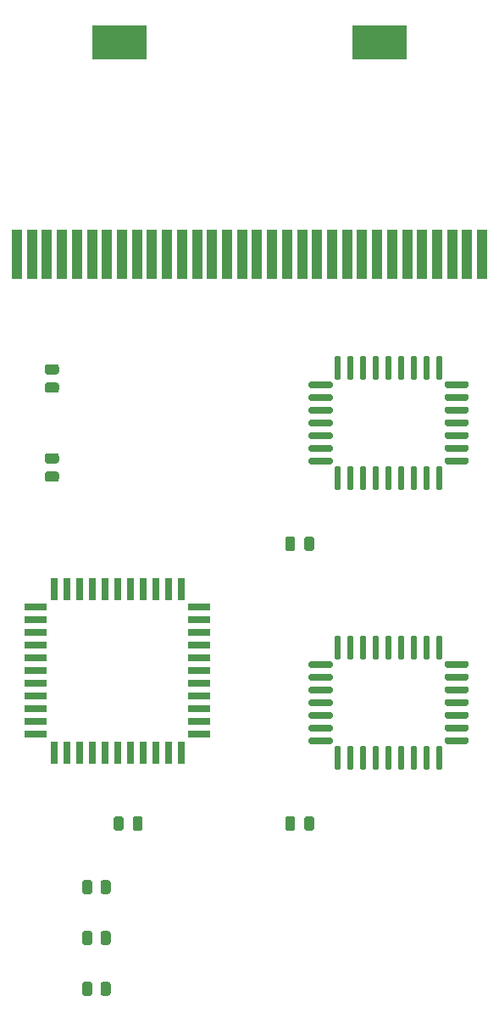
<source format=gtp>
%TF.GenerationSoftware,KiCad,Pcbnew,(5.1.10-1-10_14)*%
%TF.CreationDate,2023-03-17T01:48:03+08:00*%
%TF.ProjectId,GB_MemoryBackup_Mainboard,47425f4d-656d-46f7-9279-4261636b7570,1.1*%
%TF.SameCoordinates,Original*%
%TF.FileFunction,Paste,Top*%
%TF.FilePolarity,Positive*%
%FSLAX46Y46*%
G04 Gerber Fmt 4.6, Leading zero omitted, Abs format (unit mm)*
G04 Created by KiCad (PCBNEW (5.1.10-1-10_14)) date 2023-03-17 01:48:03*
%MOMM*%
%LPD*%
G01*
G04 APERTURE LIST*
%ADD10R,0.760000X2.300000*%
%ADD11R,2.300000X0.760000*%
%ADD12R,5.500000X3.500000*%
%ADD13R,1.000000X5.000000*%
G04 APERTURE END LIST*
%TO.C,U2*%
G36*
G01*
X97757000Y-79685000D02*
X95667000Y-79685000D01*
G75*
G02*
X95512000Y-79530000I0J155000D01*
G01*
X95512000Y-79220000D01*
G75*
G02*
X95667000Y-79065000I155000J0D01*
G01*
X97757000Y-79065000D01*
G75*
G02*
X97912000Y-79220000I0J-155000D01*
G01*
X97912000Y-79530000D01*
G75*
G02*
X97757000Y-79685000I-155000J0D01*
G01*
G37*
G36*
G01*
X97757000Y-78415000D02*
X95667000Y-78415000D01*
G75*
G02*
X95512000Y-78260000I0J155000D01*
G01*
X95512000Y-77950000D01*
G75*
G02*
X95667000Y-77795000I155000J0D01*
G01*
X97757000Y-77795000D01*
G75*
G02*
X97912000Y-77950000I0J-155000D01*
G01*
X97912000Y-78260000D01*
G75*
G02*
X97757000Y-78415000I-155000J0D01*
G01*
G37*
G36*
G01*
X97757000Y-77145000D02*
X95667000Y-77145000D01*
G75*
G02*
X95512000Y-76990000I0J155000D01*
G01*
X95512000Y-76680000D01*
G75*
G02*
X95667000Y-76525000I155000J0D01*
G01*
X97757000Y-76525000D01*
G75*
G02*
X97912000Y-76680000I0J-155000D01*
G01*
X97912000Y-76990000D01*
G75*
G02*
X97757000Y-77145000I-155000J0D01*
G01*
G37*
G36*
G01*
X98580000Y-76342000D02*
X98270000Y-76342000D01*
G75*
G02*
X98115000Y-76187000I0J155000D01*
G01*
X98115000Y-74097000D01*
G75*
G02*
X98270000Y-73942000I155000J0D01*
G01*
X98580000Y-73942000D01*
G75*
G02*
X98735000Y-74097000I0J-155000D01*
G01*
X98735000Y-76187000D01*
G75*
G02*
X98580000Y-76342000I-155000J0D01*
G01*
G37*
G36*
G01*
X99850000Y-76342000D02*
X99540000Y-76342000D01*
G75*
G02*
X99385000Y-76187000I0J155000D01*
G01*
X99385000Y-74097000D01*
G75*
G02*
X99540000Y-73942000I155000J0D01*
G01*
X99850000Y-73942000D01*
G75*
G02*
X100005000Y-74097000I0J-155000D01*
G01*
X100005000Y-76187000D01*
G75*
G02*
X99850000Y-76342000I-155000J0D01*
G01*
G37*
G36*
G01*
X101120000Y-76342000D02*
X100810000Y-76342000D01*
G75*
G02*
X100655000Y-76187000I0J155000D01*
G01*
X100655000Y-74097000D01*
G75*
G02*
X100810000Y-73942000I155000J0D01*
G01*
X101120000Y-73942000D01*
G75*
G02*
X101275000Y-74097000I0J-155000D01*
G01*
X101275000Y-76187000D01*
G75*
G02*
X101120000Y-76342000I-155000J0D01*
G01*
G37*
G36*
G01*
X102390000Y-76342000D02*
X102080000Y-76342000D01*
G75*
G02*
X101925000Y-76187000I0J155000D01*
G01*
X101925000Y-74097000D01*
G75*
G02*
X102080000Y-73942000I155000J0D01*
G01*
X102390000Y-73942000D01*
G75*
G02*
X102545000Y-74097000I0J-155000D01*
G01*
X102545000Y-76187000D01*
G75*
G02*
X102390000Y-76342000I-155000J0D01*
G01*
G37*
G36*
G01*
X103660000Y-76342000D02*
X103350000Y-76342000D01*
G75*
G02*
X103195000Y-76187000I0J155000D01*
G01*
X103195000Y-74097000D01*
G75*
G02*
X103350000Y-73942000I155000J0D01*
G01*
X103660000Y-73942000D01*
G75*
G02*
X103815000Y-74097000I0J-155000D01*
G01*
X103815000Y-76187000D01*
G75*
G02*
X103660000Y-76342000I-155000J0D01*
G01*
G37*
G36*
G01*
X104930000Y-76342000D02*
X104620000Y-76342000D01*
G75*
G02*
X104465000Y-76187000I0J155000D01*
G01*
X104465000Y-74097000D01*
G75*
G02*
X104620000Y-73942000I155000J0D01*
G01*
X104930000Y-73942000D01*
G75*
G02*
X105085000Y-74097000I0J-155000D01*
G01*
X105085000Y-76187000D01*
G75*
G02*
X104930000Y-76342000I-155000J0D01*
G01*
G37*
G36*
G01*
X106200000Y-76342000D02*
X105890000Y-76342000D01*
G75*
G02*
X105735000Y-76187000I0J155000D01*
G01*
X105735000Y-74097000D01*
G75*
G02*
X105890000Y-73942000I155000J0D01*
G01*
X106200000Y-73942000D01*
G75*
G02*
X106355000Y-74097000I0J-155000D01*
G01*
X106355000Y-76187000D01*
G75*
G02*
X106200000Y-76342000I-155000J0D01*
G01*
G37*
G36*
G01*
X107470000Y-76342000D02*
X107160000Y-76342000D01*
G75*
G02*
X107005000Y-76187000I0J155000D01*
G01*
X107005000Y-74097000D01*
G75*
G02*
X107160000Y-73942000I155000J0D01*
G01*
X107470000Y-73942000D01*
G75*
G02*
X107625000Y-74097000I0J-155000D01*
G01*
X107625000Y-76187000D01*
G75*
G02*
X107470000Y-76342000I-155000J0D01*
G01*
G37*
G36*
G01*
X108740000Y-76342000D02*
X108430000Y-76342000D01*
G75*
G02*
X108275000Y-76187000I0J155000D01*
G01*
X108275000Y-74097000D01*
G75*
G02*
X108430000Y-73942000I155000J0D01*
G01*
X108740000Y-73942000D01*
G75*
G02*
X108895000Y-74097000I0J-155000D01*
G01*
X108895000Y-76187000D01*
G75*
G02*
X108740000Y-76342000I-155000J0D01*
G01*
G37*
G36*
G01*
X111343000Y-77145000D02*
X109253000Y-77145000D01*
G75*
G02*
X109098000Y-76990000I0J155000D01*
G01*
X109098000Y-76680000D01*
G75*
G02*
X109253000Y-76525000I155000J0D01*
G01*
X111343000Y-76525000D01*
G75*
G02*
X111498000Y-76680000I0J-155000D01*
G01*
X111498000Y-76990000D01*
G75*
G02*
X111343000Y-77145000I-155000J0D01*
G01*
G37*
G36*
G01*
X111343000Y-78415000D02*
X109253000Y-78415000D01*
G75*
G02*
X109098000Y-78260000I0J155000D01*
G01*
X109098000Y-77950000D01*
G75*
G02*
X109253000Y-77795000I155000J0D01*
G01*
X111343000Y-77795000D01*
G75*
G02*
X111498000Y-77950000I0J-155000D01*
G01*
X111498000Y-78260000D01*
G75*
G02*
X111343000Y-78415000I-155000J0D01*
G01*
G37*
G36*
G01*
X111343000Y-79685000D02*
X109253000Y-79685000D01*
G75*
G02*
X109098000Y-79530000I0J155000D01*
G01*
X109098000Y-79220000D01*
G75*
G02*
X109253000Y-79065000I155000J0D01*
G01*
X111343000Y-79065000D01*
G75*
G02*
X111498000Y-79220000I0J-155000D01*
G01*
X111498000Y-79530000D01*
G75*
G02*
X111343000Y-79685000I-155000J0D01*
G01*
G37*
G36*
G01*
X111343000Y-80955000D02*
X109253000Y-80955000D01*
G75*
G02*
X109098000Y-80800000I0J155000D01*
G01*
X109098000Y-80490000D01*
G75*
G02*
X109253000Y-80335000I155000J0D01*
G01*
X111343000Y-80335000D01*
G75*
G02*
X111498000Y-80490000I0J-155000D01*
G01*
X111498000Y-80800000D01*
G75*
G02*
X111343000Y-80955000I-155000J0D01*
G01*
G37*
G36*
G01*
X111343000Y-82225000D02*
X109253000Y-82225000D01*
G75*
G02*
X109098000Y-82070000I0J155000D01*
G01*
X109098000Y-81760000D01*
G75*
G02*
X109253000Y-81605000I155000J0D01*
G01*
X111343000Y-81605000D01*
G75*
G02*
X111498000Y-81760000I0J-155000D01*
G01*
X111498000Y-82070000D01*
G75*
G02*
X111343000Y-82225000I-155000J0D01*
G01*
G37*
G36*
G01*
X111343000Y-83495000D02*
X109253000Y-83495000D01*
G75*
G02*
X109098000Y-83340000I0J155000D01*
G01*
X109098000Y-83030000D01*
G75*
G02*
X109253000Y-82875000I155000J0D01*
G01*
X111343000Y-82875000D01*
G75*
G02*
X111498000Y-83030000I0J-155000D01*
G01*
X111498000Y-83340000D01*
G75*
G02*
X111343000Y-83495000I-155000J0D01*
G01*
G37*
G36*
G01*
X111343000Y-84765000D02*
X109253000Y-84765000D01*
G75*
G02*
X109098000Y-84610000I0J155000D01*
G01*
X109098000Y-84300000D01*
G75*
G02*
X109253000Y-84145000I155000J0D01*
G01*
X111343000Y-84145000D01*
G75*
G02*
X111498000Y-84300000I0J-155000D01*
G01*
X111498000Y-84610000D01*
G75*
G02*
X111343000Y-84765000I-155000J0D01*
G01*
G37*
G36*
G01*
X108740000Y-87348000D02*
X108430000Y-87348000D01*
G75*
G02*
X108275000Y-87193000I0J155000D01*
G01*
X108275000Y-85103000D01*
G75*
G02*
X108430000Y-84948000I155000J0D01*
G01*
X108740000Y-84948000D01*
G75*
G02*
X108895000Y-85103000I0J-155000D01*
G01*
X108895000Y-87193000D01*
G75*
G02*
X108740000Y-87348000I-155000J0D01*
G01*
G37*
G36*
G01*
X107470000Y-87348000D02*
X107160000Y-87348000D01*
G75*
G02*
X107005000Y-87193000I0J155000D01*
G01*
X107005000Y-85103000D01*
G75*
G02*
X107160000Y-84948000I155000J0D01*
G01*
X107470000Y-84948000D01*
G75*
G02*
X107625000Y-85103000I0J-155000D01*
G01*
X107625000Y-87193000D01*
G75*
G02*
X107470000Y-87348000I-155000J0D01*
G01*
G37*
G36*
G01*
X106200000Y-87348000D02*
X105890000Y-87348000D01*
G75*
G02*
X105735000Y-87193000I0J155000D01*
G01*
X105735000Y-85103000D01*
G75*
G02*
X105890000Y-84948000I155000J0D01*
G01*
X106200000Y-84948000D01*
G75*
G02*
X106355000Y-85103000I0J-155000D01*
G01*
X106355000Y-87193000D01*
G75*
G02*
X106200000Y-87348000I-155000J0D01*
G01*
G37*
G36*
G01*
X104930000Y-87348000D02*
X104620000Y-87348000D01*
G75*
G02*
X104465000Y-87193000I0J155000D01*
G01*
X104465000Y-85103000D01*
G75*
G02*
X104620000Y-84948000I155000J0D01*
G01*
X104930000Y-84948000D01*
G75*
G02*
X105085000Y-85103000I0J-155000D01*
G01*
X105085000Y-87193000D01*
G75*
G02*
X104930000Y-87348000I-155000J0D01*
G01*
G37*
G36*
G01*
X103660000Y-87348000D02*
X103350000Y-87348000D01*
G75*
G02*
X103195000Y-87193000I0J155000D01*
G01*
X103195000Y-85103000D01*
G75*
G02*
X103350000Y-84948000I155000J0D01*
G01*
X103660000Y-84948000D01*
G75*
G02*
X103815000Y-85103000I0J-155000D01*
G01*
X103815000Y-87193000D01*
G75*
G02*
X103660000Y-87348000I-155000J0D01*
G01*
G37*
G36*
G01*
X102390000Y-87348000D02*
X102080000Y-87348000D01*
G75*
G02*
X101925000Y-87193000I0J155000D01*
G01*
X101925000Y-85103000D01*
G75*
G02*
X102080000Y-84948000I155000J0D01*
G01*
X102390000Y-84948000D01*
G75*
G02*
X102545000Y-85103000I0J-155000D01*
G01*
X102545000Y-87193000D01*
G75*
G02*
X102390000Y-87348000I-155000J0D01*
G01*
G37*
G36*
G01*
X101120000Y-87348000D02*
X100810000Y-87348000D01*
G75*
G02*
X100655000Y-87193000I0J155000D01*
G01*
X100655000Y-85103000D01*
G75*
G02*
X100810000Y-84948000I155000J0D01*
G01*
X101120000Y-84948000D01*
G75*
G02*
X101275000Y-85103000I0J-155000D01*
G01*
X101275000Y-87193000D01*
G75*
G02*
X101120000Y-87348000I-155000J0D01*
G01*
G37*
G36*
G01*
X99850000Y-87348000D02*
X99540000Y-87348000D01*
G75*
G02*
X99385000Y-87193000I0J155000D01*
G01*
X99385000Y-85103000D01*
G75*
G02*
X99540000Y-84948000I155000J0D01*
G01*
X99850000Y-84948000D01*
G75*
G02*
X100005000Y-85103000I0J-155000D01*
G01*
X100005000Y-87193000D01*
G75*
G02*
X99850000Y-87348000I-155000J0D01*
G01*
G37*
G36*
G01*
X98580000Y-87348000D02*
X98270000Y-87348000D01*
G75*
G02*
X98115000Y-87193000I0J155000D01*
G01*
X98115000Y-85103000D01*
G75*
G02*
X98270000Y-84948000I155000J0D01*
G01*
X98580000Y-84948000D01*
G75*
G02*
X98735000Y-85103000I0J-155000D01*
G01*
X98735000Y-87193000D01*
G75*
G02*
X98580000Y-87348000I-155000J0D01*
G01*
G37*
G36*
G01*
X97757000Y-84765000D02*
X95667000Y-84765000D01*
G75*
G02*
X95512000Y-84610000I0J155000D01*
G01*
X95512000Y-84300000D01*
G75*
G02*
X95667000Y-84145000I155000J0D01*
G01*
X97757000Y-84145000D01*
G75*
G02*
X97912000Y-84300000I0J-155000D01*
G01*
X97912000Y-84610000D01*
G75*
G02*
X97757000Y-84765000I-155000J0D01*
G01*
G37*
G36*
G01*
X97757000Y-83495000D02*
X95667000Y-83495000D01*
G75*
G02*
X95512000Y-83340000I0J155000D01*
G01*
X95512000Y-83030000D01*
G75*
G02*
X95667000Y-82875000I155000J0D01*
G01*
X97757000Y-82875000D01*
G75*
G02*
X97912000Y-83030000I0J-155000D01*
G01*
X97912000Y-83340000D01*
G75*
G02*
X97757000Y-83495000I-155000J0D01*
G01*
G37*
G36*
G01*
X97757000Y-82225000D02*
X95667000Y-82225000D01*
G75*
G02*
X95512000Y-82070000I0J155000D01*
G01*
X95512000Y-81760000D01*
G75*
G02*
X95667000Y-81605000I155000J0D01*
G01*
X97757000Y-81605000D01*
G75*
G02*
X97912000Y-81760000I0J-155000D01*
G01*
X97912000Y-82070000D01*
G75*
G02*
X97757000Y-82225000I-155000J0D01*
G01*
G37*
G36*
G01*
X97757000Y-80955000D02*
X95667000Y-80955000D01*
G75*
G02*
X95512000Y-80800000I0J155000D01*
G01*
X95512000Y-80490000D01*
G75*
G02*
X95667000Y-80335000I155000J0D01*
G01*
X97757000Y-80335000D01*
G75*
G02*
X97912000Y-80490000I0J-155000D01*
G01*
X97912000Y-80800000D01*
G75*
G02*
X97757000Y-80955000I-155000J0D01*
G01*
G37*
%TD*%
%TO.C,U1*%
G36*
G01*
X97757000Y-107625000D02*
X95667000Y-107625000D01*
G75*
G02*
X95512000Y-107470000I0J155000D01*
G01*
X95512000Y-107160000D01*
G75*
G02*
X95667000Y-107005000I155000J0D01*
G01*
X97757000Y-107005000D01*
G75*
G02*
X97912000Y-107160000I0J-155000D01*
G01*
X97912000Y-107470000D01*
G75*
G02*
X97757000Y-107625000I-155000J0D01*
G01*
G37*
G36*
G01*
X97757000Y-106355000D02*
X95667000Y-106355000D01*
G75*
G02*
X95512000Y-106200000I0J155000D01*
G01*
X95512000Y-105890000D01*
G75*
G02*
X95667000Y-105735000I155000J0D01*
G01*
X97757000Y-105735000D01*
G75*
G02*
X97912000Y-105890000I0J-155000D01*
G01*
X97912000Y-106200000D01*
G75*
G02*
X97757000Y-106355000I-155000J0D01*
G01*
G37*
G36*
G01*
X97757000Y-105085000D02*
X95667000Y-105085000D01*
G75*
G02*
X95512000Y-104930000I0J155000D01*
G01*
X95512000Y-104620000D01*
G75*
G02*
X95667000Y-104465000I155000J0D01*
G01*
X97757000Y-104465000D01*
G75*
G02*
X97912000Y-104620000I0J-155000D01*
G01*
X97912000Y-104930000D01*
G75*
G02*
X97757000Y-105085000I-155000J0D01*
G01*
G37*
G36*
G01*
X98580000Y-104282000D02*
X98270000Y-104282000D01*
G75*
G02*
X98115000Y-104127000I0J155000D01*
G01*
X98115000Y-102037000D01*
G75*
G02*
X98270000Y-101882000I155000J0D01*
G01*
X98580000Y-101882000D01*
G75*
G02*
X98735000Y-102037000I0J-155000D01*
G01*
X98735000Y-104127000D01*
G75*
G02*
X98580000Y-104282000I-155000J0D01*
G01*
G37*
G36*
G01*
X99850000Y-104282000D02*
X99540000Y-104282000D01*
G75*
G02*
X99385000Y-104127000I0J155000D01*
G01*
X99385000Y-102037000D01*
G75*
G02*
X99540000Y-101882000I155000J0D01*
G01*
X99850000Y-101882000D01*
G75*
G02*
X100005000Y-102037000I0J-155000D01*
G01*
X100005000Y-104127000D01*
G75*
G02*
X99850000Y-104282000I-155000J0D01*
G01*
G37*
G36*
G01*
X101120000Y-104282000D02*
X100810000Y-104282000D01*
G75*
G02*
X100655000Y-104127000I0J155000D01*
G01*
X100655000Y-102037000D01*
G75*
G02*
X100810000Y-101882000I155000J0D01*
G01*
X101120000Y-101882000D01*
G75*
G02*
X101275000Y-102037000I0J-155000D01*
G01*
X101275000Y-104127000D01*
G75*
G02*
X101120000Y-104282000I-155000J0D01*
G01*
G37*
G36*
G01*
X102390000Y-104282000D02*
X102080000Y-104282000D01*
G75*
G02*
X101925000Y-104127000I0J155000D01*
G01*
X101925000Y-102037000D01*
G75*
G02*
X102080000Y-101882000I155000J0D01*
G01*
X102390000Y-101882000D01*
G75*
G02*
X102545000Y-102037000I0J-155000D01*
G01*
X102545000Y-104127000D01*
G75*
G02*
X102390000Y-104282000I-155000J0D01*
G01*
G37*
G36*
G01*
X103660000Y-104282000D02*
X103350000Y-104282000D01*
G75*
G02*
X103195000Y-104127000I0J155000D01*
G01*
X103195000Y-102037000D01*
G75*
G02*
X103350000Y-101882000I155000J0D01*
G01*
X103660000Y-101882000D01*
G75*
G02*
X103815000Y-102037000I0J-155000D01*
G01*
X103815000Y-104127000D01*
G75*
G02*
X103660000Y-104282000I-155000J0D01*
G01*
G37*
G36*
G01*
X104930000Y-104282000D02*
X104620000Y-104282000D01*
G75*
G02*
X104465000Y-104127000I0J155000D01*
G01*
X104465000Y-102037000D01*
G75*
G02*
X104620000Y-101882000I155000J0D01*
G01*
X104930000Y-101882000D01*
G75*
G02*
X105085000Y-102037000I0J-155000D01*
G01*
X105085000Y-104127000D01*
G75*
G02*
X104930000Y-104282000I-155000J0D01*
G01*
G37*
G36*
G01*
X106200000Y-104282000D02*
X105890000Y-104282000D01*
G75*
G02*
X105735000Y-104127000I0J155000D01*
G01*
X105735000Y-102037000D01*
G75*
G02*
X105890000Y-101882000I155000J0D01*
G01*
X106200000Y-101882000D01*
G75*
G02*
X106355000Y-102037000I0J-155000D01*
G01*
X106355000Y-104127000D01*
G75*
G02*
X106200000Y-104282000I-155000J0D01*
G01*
G37*
G36*
G01*
X107470000Y-104282000D02*
X107160000Y-104282000D01*
G75*
G02*
X107005000Y-104127000I0J155000D01*
G01*
X107005000Y-102037000D01*
G75*
G02*
X107160000Y-101882000I155000J0D01*
G01*
X107470000Y-101882000D01*
G75*
G02*
X107625000Y-102037000I0J-155000D01*
G01*
X107625000Y-104127000D01*
G75*
G02*
X107470000Y-104282000I-155000J0D01*
G01*
G37*
G36*
G01*
X108740000Y-104282000D02*
X108430000Y-104282000D01*
G75*
G02*
X108275000Y-104127000I0J155000D01*
G01*
X108275000Y-102037000D01*
G75*
G02*
X108430000Y-101882000I155000J0D01*
G01*
X108740000Y-101882000D01*
G75*
G02*
X108895000Y-102037000I0J-155000D01*
G01*
X108895000Y-104127000D01*
G75*
G02*
X108740000Y-104282000I-155000J0D01*
G01*
G37*
G36*
G01*
X111343000Y-105085000D02*
X109253000Y-105085000D01*
G75*
G02*
X109098000Y-104930000I0J155000D01*
G01*
X109098000Y-104620000D01*
G75*
G02*
X109253000Y-104465000I155000J0D01*
G01*
X111343000Y-104465000D01*
G75*
G02*
X111498000Y-104620000I0J-155000D01*
G01*
X111498000Y-104930000D01*
G75*
G02*
X111343000Y-105085000I-155000J0D01*
G01*
G37*
G36*
G01*
X111343000Y-106355000D02*
X109253000Y-106355000D01*
G75*
G02*
X109098000Y-106200000I0J155000D01*
G01*
X109098000Y-105890000D01*
G75*
G02*
X109253000Y-105735000I155000J0D01*
G01*
X111343000Y-105735000D01*
G75*
G02*
X111498000Y-105890000I0J-155000D01*
G01*
X111498000Y-106200000D01*
G75*
G02*
X111343000Y-106355000I-155000J0D01*
G01*
G37*
G36*
G01*
X111343000Y-107625000D02*
X109253000Y-107625000D01*
G75*
G02*
X109098000Y-107470000I0J155000D01*
G01*
X109098000Y-107160000D01*
G75*
G02*
X109253000Y-107005000I155000J0D01*
G01*
X111343000Y-107005000D01*
G75*
G02*
X111498000Y-107160000I0J-155000D01*
G01*
X111498000Y-107470000D01*
G75*
G02*
X111343000Y-107625000I-155000J0D01*
G01*
G37*
G36*
G01*
X111343000Y-108895000D02*
X109253000Y-108895000D01*
G75*
G02*
X109098000Y-108740000I0J155000D01*
G01*
X109098000Y-108430000D01*
G75*
G02*
X109253000Y-108275000I155000J0D01*
G01*
X111343000Y-108275000D01*
G75*
G02*
X111498000Y-108430000I0J-155000D01*
G01*
X111498000Y-108740000D01*
G75*
G02*
X111343000Y-108895000I-155000J0D01*
G01*
G37*
G36*
G01*
X111343000Y-110165000D02*
X109253000Y-110165000D01*
G75*
G02*
X109098000Y-110010000I0J155000D01*
G01*
X109098000Y-109700000D01*
G75*
G02*
X109253000Y-109545000I155000J0D01*
G01*
X111343000Y-109545000D01*
G75*
G02*
X111498000Y-109700000I0J-155000D01*
G01*
X111498000Y-110010000D01*
G75*
G02*
X111343000Y-110165000I-155000J0D01*
G01*
G37*
G36*
G01*
X111343000Y-111435000D02*
X109253000Y-111435000D01*
G75*
G02*
X109098000Y-111280000I0J155000D01*
G01*
X109098000Y-110970000D01*
G75*
G02*
X109253000Y-110815000I155000J0D01*
G01*
X111343000Y-110815000D01*
G75*
G02*
X111498000Y-110970000I0J-155000D01*
G01*
X111498000Y-111280000D01*
G75*
G02*
X111343000Y-111435000I-155000J0D01*
G01*
G37*
G36*
G01*
X111343000Y-112705000D02*
X109253000Y-112705000D01*
G75*
G02*
X109098000Y-112550000I0J155000D01*
G01*
X109098000Y-112240000D01*
G75*
G02*
X109253000Y-112085000I155000J0D01*
G01*
X111343000Y-112085000D01*
G75*
G02*
X111498000Y-112240000I0J-155000D01*
G01*
X111498000Y-112550000D01*
G75*
G02*
X111343000Y-112705000I-155000J0D01*
G01*
G37*
G36*
G01*
X108740000Y-115288000D02*
X108430000Y-115288000D01*
G75*
G02*
X108275000Y-115133000I0J155000D01*
G01*
X108275000Y-113043000D01*
G75*
G02*
X108430000Y-112888000I155000J0D01*
G01*
X108740000Y-112888000D01*
G75*
G02*
X108895000Y-113043000I0J-155000D01*
G01*
X108895000Y-115133000D01*
G75*
G02*
X108740000Y-115288000I-155000J0D01*
G01*
G37*
G36*
G01*
X107470000Y-115288000D02*
X107160000Y-115288000D01*
G75*
G02*
X107005000Y-115133000I0J155000D01*
G01*
X107005000Y-113043000D01*
G75*
G02*
X107160000Y-112888000I155000J0D01*
G01*
X107470000Y-112888000D01*
G75*
G02*
X107625000Y-113043000I0J-155000D01*
G01*
X107625000Y-115133000D01*
G75*
G02*
X107470000Y-115288000I-155000J0D01*
G01*
G37*
G36*
G01*
X106200000Y-115288000D02*
X105890000Y-115288000D01*
G75*
G02*
X105735000Y-115133000I0J155000D01*
G01*
X105735000Y-113043000D01*
G75*
G02*
X105890000Y-112888000I155000J0D01*
G01*
X106200000Y-112888000D01*
G75*
G02*
X106355000Y-113043000I0J-155000D01*
G01*
X106355000Y-115133000D01*
G75*
G02*
X106200000Y-115288000I-155000J0D01*
G01*
G37*
G36*
G01*
X104930000Y-115288000D02*
X104620000Y-115288000D01*
G75*
G02*
X104465000Y-115133000I0J155000D01*
G01*
X104465000Y-113043000D01*
G75*
G02*
X104620000Y-112888000I155000J0D01*
G01*
X104930000Y-112888000D01*
G75*
G02*
X105085000Y-113043000I0J-155000D01*
G01*
X105085000Y-115133000D01*
G75*
G02*
X104930000Y-115288000I-155000J0D01*
G01*
G37*
G36*
G01*
X103660000Y-115288000D02*
X103350000Y-115288000D01*
G75*
G02*
X103195000Y-115133000I0J155000D01*
G01*
X103195000Y-113043000D01*
G75*
G02*
X103350000Y-112888000I155000J0D01*
G01*
X103660000Y-112888000D01*
G75*
G02*
X103815000Y-113043000I0J-155000D01*
G01*
X103815000Y-115133000D01*
G75*
G02*
X103660000Y-115288000I-155000J0D01*
G01*
G37*
G36*
G01*
X102390000Y-115288000D02*
X102080000Y-115288000D01*
G75*
G02*
X101925000Y-115133000I0J155000D01*
G01*
X101925000Y-113043000D01*
G75*
G02*
X102080000Y-112888000I155000J0D01*
G01*
X102390000Y-112888000D01*
G75*
G02*
X102545000Y-113043000I0J-155000D01*
G01*
X102545000Y-115133000D01*
G75*
G02*
X102390000Y-115288000I-155000J0D01*
G01*
G37*
G36*
G01*
X101120000Y-115288000D02*
X100810000Y-115288000D01*
G75*
G02*
X100655000Y-115133000I0J155000D01*
G01*
X100655000Y-113043000D01*
G75*
G02*
X100810000Y-112888000I155000J0D01*
G01*
X101120000Y-112888000D01*
G75*
G02*
X101275000Y-113043000I0J-155000D01*
G01*
X101275000Y-115133000D01*
G75*
G02*
X101120000Y-115288000I-155000J0D01*
G01*
G37*
G36*
G01*
X99850000Y-115288000D02*
X99540000Y-115288000D01*
G75*
G02*
X99385000Y-115133000I0J155000D01*
G01*
X99385000Y-113043000D01*
G75*
G02*
X99540000Y-112888000I155000J0D01*
G01*
X99850000Y-112888000D01*
G75*
G02*
X100005000Y-113043000I0J-155000D01*
G01*
X100005000Y-115133000D01*
G75*
G02*
X99850000Y-115288000I-155000J0D01*
G01*
G37*
G36*
G01*
X98580000Y-115288000D02*
X98270000Y-115288000D01*
G75*
G02*
X98115000Y-115133000I0J155000D01*
G01*
X98115000Y-113043000D01*
G75*
G02*
X98270000Y-112888000I155000J0D01*
G01*
X98580000Y-112888000D01*
G75*
G02*
X98735000Y-113043000I0J-155000D01*
G01*
X98735000Y-115133000D01*
G75*
G02*
X98580000Y-115288000I-155000J0D01*
G01*
G37*
G36*
G01*
X97757000Y-112705000D02*
X95667000Y-112705000D01*
G75*
G02*
X95512000Y-112550000I0J155000D01*
G01*
X95512000Y-112240000D01*
G75*
G02*
X95667000Y-112085000I155000J0D01*
G01*
X97757000Y-112085000D01*
G75*
G02*
X97912000Y-112240000I0J-155000D01*
G01*
X97912000Y-112550000D01*
G75*
G02*
X97757000Y-112705000I-155000J0D01*
G01*
G37*
G36*
G01*
X97757000Y-111435000D02*
X95667000Y-111435000D01*
G75*
G02*
X95512000Y-111280000I0J155000D01*
G01*
X95512000Y-110970000D01*
G75*
G02*
X95667000Y-110815000I155000J0D01*
G01*
X97757000Y-110815000D01*
G75*
G02*
X97912000Y-110970000I0J-155000D01*
G01*
X97912000Y-111280000D01*
G75*
G02*
X97757000Y-111435000I-155000J0D01*
G01*
G37*
G36*
G01*
X97757000Y-110165000D02*
X95667000Y-110165000D01*
G75*
G02*
X95512000Y-110010000I0J155000D01*
G01*
X95512000Y-109700000D01*
G75*
G02*
X95667000Y-109545000I155000J0D01*
G01*
X97757000Y-109545000D01*
G75*
G02*
X97912000Y-109700000I0J-155000D01*
G01*
X97912000Y-110010000D01*
G75*
G02*
X97757000Y-110165000I-155000J0D01*
G01*
G37*
G36*
G01*
X97757000Y-108895000D02*
X95667000Y-108895000D01*
G75*
G02*
X95512000Y-108740000I0J155000D01*
G01*
X95512000Y-108430000D01*
G75*
G02*
X95667000Y-108275000I155000J0D01*
G01*
X97757000Y-108275000D01*
G75*
G02*
X97912000Y-108430000I0J-155000D01*
G01*
X97912000Y-108740000D01*
G75*
G02*
X97757000Y-108895000I-155000J0D01*
G01*
G37*
%TD*%
D10*
%TO.C,U3*%
X70040500Y-97260000D03*
X71310500Y-97260000D03*
X72580500Y-97260000D03*
X73850500Y-97260000D03*
X75120500Y-97260000D03*
X76390500Y-97260000D03*
X77660500Y-97260000D03*
X78930500Y-97260000D03*
X80200500Y-97260000D03*
X81470500Y-97260000D03*
X82740500Y-97260000D03*
D11*
X84540500Y-99060000D03*
X84540500Y-100330000D03*
X84540500Y-101600000D03*
X84540500Y-102870000D03*
X84540500Y-104140000D03*
X84540500Y-105410000D03*
X84540500Y-106680000D03*
X84540500Y-107950000D03*
X84540500Y-109220000D03*
X84540500Y-110490000D03*
X84540500Y-111760000D03*
D10*
X82740500Y-113560000D03*
X81470500Y-113560000D03*
X80200500Y-113560000D03*
X78930500Y-113560000D03*
X77660500Y-113560000D03*
X76390500Y-113560000D03*
X75120500Y-113560000D03*
X73850500Y-113560000D03*
X72580500Y-113560000D03*
X71310500Y-113560000D03*
X70040500Y-113560000D03*
D11*
X68240500Y-99060000D03*
X68240500Y-100330000D03*
X68240500Y-101600000D03*
X68240500Y-102870000D03*
X68240500Y-104140000D03*
X68240500Y-111760000D03*
X68240500Y-110490000D03*
X68240500Y-109220000D03*
X68240500Y-107950000D03*
X68240500Y-106680000D03*
X68240500Y-105410000D03*
%TD*%
%TO.C,R13*%
G36*
G01*
X74695000Y-137610002D02*
X74695000Y-136709998D01*
G75*
G02*
X74944998Y-136460000I249998J0D01*
G01*
X75470002Y-136460000D01*
G75*
G02*
X75720000Y-136709998I0J-249998D01*
G01*
X75720000Y-137610002D01*
G75*
G02*
X75470002Y-137860000I-249998J0D01*
G01*
X74944998Y-137860000D01*
G75*
G02*
X74695000Y-137610002I0J249998D01*
G01*
G37*
G36*
G01*
X72870000Y-137610002D02*
X72870000Y-136709998D01*
G75*
G02*
X73119998Y-136460000I249998J0D01*
G01*
X73645002Y-136460000D01*
G75*
G02*
X73895000Y-136709998I0J-249998D01*
G01*
X73895000Y-137610002D01*
G75*
G02*
X73645002Y-137860000I-249998J0D01*
G01*
X73119998Y-137860000D01*
G75*
G02*
X72870000Y-137610002I0J249998D01*
G01*
G37*
%TD*%
%TO.C,R12*%
G36*
G01*
X74695000Y-127450002D02*
X74695000Y-126549998D01*
G75*
G02*
X74944998Y-126300000I249998J0D01*
G01*
X75470002Y-126300000D01*
G75*
G02*
X75720000Y-126549998I0J-249998D01*
G01*
X75720000Y-127450002D01*
G75*
G02*
X75470002Y-127700000I-249998J0D01*
G01*
X74944998Y-127700000D01*
G75*
G02*
X74695000Y-127450002I0J249998D01*
G01*
G37*
G36*
G01*
X72870000Y-127450002D02*
X72870000Y-126549998D01*
G75*
G02*
X73119998Y-126300000I249998J0D01*
G01*
X73645002Y-126300000D01*
G75*
G02*
X73895000Y-126549998I0J-249998D01*
G01*
X73895000Y-127450002D01*
G75*
G02*
X73645002Y-127700000I-249998J0D01*
G01*
X73119998Y-127700000D01*
G75*
G02*
X72870000Y-127450002I0J249998D01*
G01*
G37*
%TD*%
%TO.C,R11*%
G36*
G01*
X74695000Y-132530002D02*
X74695000Y-131629998D01*
G75*
G02*
X74944998Y-131380000I249998J0D01*
G01*
X75470002Y-131380000D01*
G75*
G02*
X75720000Y-131629998I0J-249998D01*
G01*
X75720000Y-132530002D01*
G75*
G02*
X75470002Y-132780000I-249998J0D01*
G01*
X74944998Y-132780000D01*
G75*
G02*
X74695000Y-132530002I0J249998D01*
G01*
G37*
G36*
G01*
X72870000Y-132530002D02*
X72870000Y-131629998D01*
G75*
G02*
X73119998Y-131380000I249998J0D01*
G01*
X73645002Y-131380000D01*
G75*
G02*
X73895000Y-131629998I0J-249998D01*
G01*
X73895000Y-132530002D01*
G75*
G02*
X73645002Y-132780000I-249998J0D01*
G01*
X73119998Y-132780000D01*
G75*
G02*
X72870000Y-132530002I0J249998D01*
G01*
G37*
%TD*%
%TO.C,R2*%
G36*
G01*
X69399998Y-85490000D02*
X70300002Y-85490000D01*
G75*
G02*
X70550000Y-85739998I0J-249998D01*
G01*
X70550000Y-86265002D01*
G75*
G02*
X70300002Y-86515000I-249998J0D01*
G01*
X69399998Y-86515000D01*
G75*
G02*
X69150000Y-86265002I0J249998D01*
G01*
X69150000Y-85739998D01*
G75*
G02*
X69399998Y-85490000I249998J0D01*
G01*
G37*
G36*
G01*
X69399998Y-83665000D02*
X70300002Y-83665000D01*
G75*
G02*
X70550000Y-83914998I0J-249998D01*
G01*
X70550000Y-84440002D01*
G75*
G02*
X70300002Y-84690000I-249998J0D01*
G01*
X69399998Y-84690000D01*
G75*
G02*
X69150000Y-84440002I0J249998D01*
G01*
X69150000Y-83914998D01*
G75*
G02*
X69399998Y-83665000I249998J0D01*
G01*
G37*
%TD*%
%TO.C,R1*%
G36*
G01*
X69399998Y-76600000D02*
X70300002Y-76600000D01*
G75*
G02*
X70550000Y-76849998I0J-249998D01*
G01*
X70550000Y-77375002D01*
G75*
G02*
X70300002Y-77625000I-249998J0D01*
G01*
X69399998Y-77625000D01*
G75*
G02*
X69150000Y-77375002I0J249998D01*
G01*
X69150000Y-76849998D01*
G75*
G02*
X69399998Y-76600000I249998J0D01*
G01*
G37*
G36*
G01*
X69399998Y-74775000D02*
X70300002Y-74775000D01*
G75*
G02*
X70550000Y-75024998I0J-249998D01*
G01*
X70550000Y-75550002D01*
G75*
G02*
X70300002Y-75800000I-249998J0D01*
G01*
X69399998Y-75800000D01*
G75*
G02*
X69150000Y-75550002I0J249998D01*
G01*
X69150000Y-75024998D01*
G75*
G02*
X69399998Y-74775000I249998J0D01*
G01*
G37*
%TD*%
D12*
%TO.C,J2*%
X102600000Y-42590000D03*
X76600000Y-42590000D03*
D13*
X112850000Y-63840000D03*
X111350000Y-63840000D03*
X109850000Y-63840000D03*
X108350000Y-63840000D03*
X106850000Y-63840000D03*
X105350000Y-63840000D03*
X103850000Y-63840000D03*
X102350000Y-63840000D03*
X100850000Y-63840000D03*
X99350000Y-63840000D03*
X97850000Y-63840000D03*
X96350000Y-63840000D03*
X94850000Y-63840000D03*
X93350000Y-63840000D03*
X91850000Y-63840000D03*
X90350000Y-63840000D03*
X88850000Y-63840000D03*
X87350000Y-63840000D03*
X85850000Y-63840000D03*
X84350000Y-63840000D03*
X82850000Y-63840000D03*
X81350000Y-63840000D03*
X79850000Y-63840000D03*
X78350000Y-63840000D03*
X76850000Y-63840000D03*
X75350000Y-63840000D03*
X73850000Y-63840000D03*
X72350000Y-63840000D03*
X70850000Y-63840000D03*
X69350000Y-63840000D03*
X67850000Y-63840000D03*
X66350000Y-63840000D03*
%TD*%
%TO.C,C3*%
G36*
G01*
X77920000Y-121125000D02*
X77920000Y-120175000D01*
G75*
G02*
X78170000Y-119925000I250000J0D01*
G01*
X78670000Y-119925000D01*
G75*
G02*
X78920000Y-120175000I0J-250000D01*
G01*
X78920000Y-121125000D01*
G75*
G02*
X78670000Y-121375000I-250000J0D01*
G01*
X78170000Y-121375000D01*
G75*
G02*
X77920000Y-121125000I0J250000D01*
G01*
G37*
G36*
G01*
X76020000Y-121125000D02*
X76020000Y-120175000D01*
G75*
G02*
X76270000Y-119925000I250000J0D01*
G01*
X76770000Y-119925000D01*
G75*
G02*
X77020000Y-120175000I0J-250000D01*
G01*
X77020000Y-121125000D01*
G75*
G02*
X76770000Y-121375000I-250000J0D01*
G01*
X76270000Y-121375000D01*
G75*
G02*
X76020000Y-121125000I0J250000D01*
G01*
G37*
%TD*%
%TO.C,C2*%
G36*
G01*
X94165000Y-92235000D02*
X94165000Y-93185000D01*
G75*
G02*
X93915000Y-93435000I-250000J0D01*
G01*
X93415000Y-93435000D01*
G75*
G02*
X93165000Y-93185000I0J250000D01*
G01*
X93165000Y-92235000D01*
G75*
G02*
X93415000Y-91985000I250000J0D01*
G01*
X93915000Y-91985000D01*
G75*
G02*
X94165000Y-92235000I0J-250000D01*
G01*
G37*
G36*
G01*
X96065000Y-92235000D02*
X96065000Y-93185000D01*
G75*
G02*
X95815000Y-93435000I-250000J0D01*
G01*
X95315000Y-93435000D01*
G75*
G02*
X95065000Y-93185000I0J250000D01*
G01*
X95065000Y-92235000D01*
G75*
G02*
X95315000Y-91985000I250000J0D01*
G01*
X95815000Y-91985000D01*
G75*
G02*
X96065000Y-92235000I0J-250000D01*
G01*
G37*
%TD*%
%TO.C,C1*%
G36*
G01*
X94165000Y-120175000D02*
X94165000Y-121125000D01*
G75*
G02*
X93915000Y-121375000I-250000J0D01*
G01*
X93415000Y-121375000D01*
G75*
G02*
X93165000Y-121125000I0J250000D01*
G01*
X93165000Y-120175000D01*
G75*
G02*
X93415000Y-119925000I250000J0D01*
G01*
X93915000Y-119925000D01*
G75*
G02*
X94165000Y-120175000I0J-250000D01*
G01*
G37*
G36*
G01*
X96065000Y-120175000D02*
X96065000Y-121125000D01*
G75*
G02*
X95815000Y-121375000I-250000J0D01*
G01*
X95315000Y-121375000D01*
G75*
G02*
X95065000Y-121125000I0J250000D01*
G01*
X95065000Y-120175000D01*
G75*
G02*
X95315000Y-119925000I250000J0D01*
G01*
X95815000Y-119925000D01*
G75*
G02*
X96065000Y-120175000I0J-250000D01*
G01*
G37*
%TD*%
M02*

</source>
